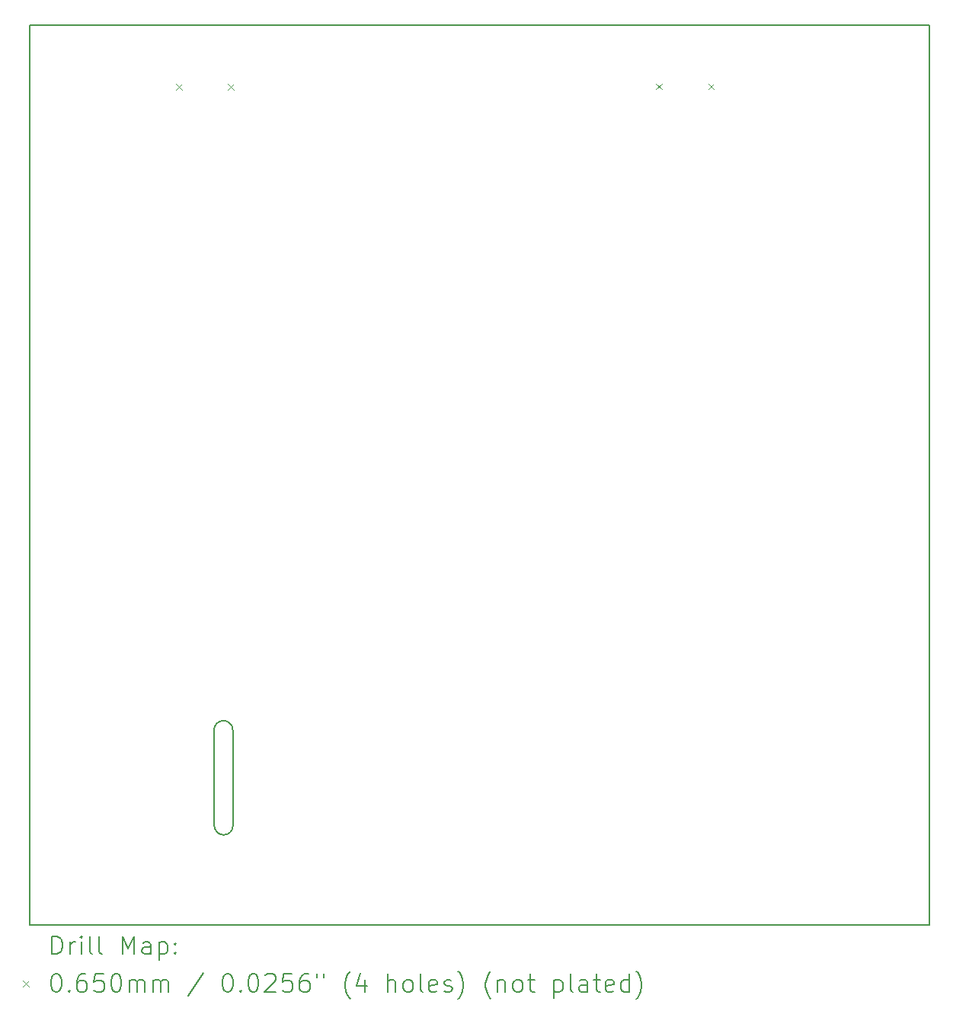
<source format=gbr>
%FSLAX45Y45*%
G04 Gerber Fmt 4.5, Leading zero omitted, Abs format (unit mm)*
G04 Created by KiCad (PCBNEW (6.0.0)) date 2022-08-31 12:15:53*
%MOMM*%
%LPD*%
G01*
G04 APERTURE LIST*
%TA.AperFunction,Profile*%
%ADD10C,0.200000*%
%TD*%
%ADD11C,0.200000*%
%ADD12C,0.065000*%
G04 APERTURE END LIST*
D10*
X12169264Y-12936220D02*
G75*
G03*
X11960860Y-12941300I-104264J7D01*
G01*
X11960860Y-12941300D02*
X11963275Y-13997847D01*
X9912340Y-5105400D02*
X19912340Y-5105400D01*
X19912340Y-5105400D02*
X19912340Y-15105400D01*
X19912340Y-15105400D02*
X9912340Y-15105400D01*
X9912340Y-15105400D02*
X9912340Y-5105400D01*
X11963275Y-13997847D02*
G75*
G03*
X12171679Y-13992767I104264J-7D01*
G01*
X12169264Y-12933680D02*
X12171679Y-13995400D01*
D11*
D12*
X11537760Y-5754420D02*
X11602760Y-5819420D01*
X11602760Y-5754420D02*
X11537760Y-5819420D01*
X12115760Y-5754420D02*
X12180760Y-5819420D01*
X12180760Y-5754420D02*
X12115760Y-5819420D01*
X16874300Y-5751880D02*
X16939300Y-5816880D01*
X16939300Y-5751880D02*
X16874300Y-5816880D01*
X17452300Y-5751880D02*
X17517300Y-5816880D01*
X17517300Y-5751880D02*
X17452300Y-5816880D01*
D11*
X10159959Y-15425876D02*
X10159959Y-15225876D01*
X10207578Y-15225876D01*
X10236150Y-15235400D01*
X10255197Y-15254448D01*
X10264721Y-15273495D01*
X10274245Y-15311590D01*
X10274245Y-15340162D01*
X10264721Y-15378257D01*
X10255197Y-15397305D01*
X10236150Y-15416352D01*
X10207578Y-15425876D01*
X10159959Y-15425876D01*
X10359959Y-15425876D02*
X10359959Y-15292543D01*
X10359959Y-15330638D02*
X10369483Y-15311590D01*
X10379007Y-15302067D01*
X10398054Y-15292543D01*
X10417102Y-15292543D01*
X10483769Y-15425876D02*
X10483769Y-15292543D01*
X10483769Y-15225876D02*
X10474245Y-15235400D01*
X10483769Y-15244924D01*
X10493292Y-15235400D01*
X10483769Y-15225876D01*
X10483769Y-15244924D01*
X10607578Y-15425876D02*
X10588530Y-15416352D01*
X10579007Y-15397305D01*
X10579007Y-15225876D01*
X10712340Y-15425876D02*
X10693292Y-15416352D01*
X10683769Y-15397305D01*
X10683769Y-15225876D01*
X10940911Y-15425876D02*
X10940911Y-15225876D01*
X11007578Y-15368733D01*
X11074245Y-15225876D01*
X11074245Y-15425876D01*
X11255197Y-15425876D02*
X11255197Y-15321114D01*
X11245673Y-15302067D01*
X11226626Y-15292543D01*
X11188530Y-15292543D01*
X11169483Y-15302067D01*
X11255197Y-15416352D02*
X11236149Y-15425876D01*
X11188530Y-15425876D01*
X11169483Y-15416352D01*
X11159959Y-15397305D01*
X11159959Y-15378257D01*
X11169483Y-15359209D01*
X11188530Y-15349686D01*
X11236149Y-15349686D01*
X11255197Y-15340162D01*
X11350435Y-15292543D02*
X11350435Y-15492543D01*
X11350435Y-15302067D02*
X11369483Y-15292543D01*
X11407578Y-15292543D01*
X11426626Y-15302067D01*
X11436149Y-15311590D01*
X11445673Y-15330638D01*
X11445673Y-15387781D01*
X11436149Y-15406828D01*
X11426626Y-15416352D01*
X11407578Y-15425876D01*
X11369483Y-15425876D01*
X11350435Y-15416352D01*
X11531388Y-15406828D02*
X11540911Y-15416352D01*
X11531388Y-15425876D01*
X11521864Y-15416352D01*
X11531388Y-15406828D01*
X11531388Y-15425876D01*
X11531388Y-15302067D02*
X11540911Y-15311590D01*
X11531388Y-15321114D01*
X11521864Y-15311590D01*
X11531388Y-15302067D01*
X11531388Y-15321114D01*
D12*
X9837340Y-15722900D02*
X9902340Y-15787900D01*
X9902340Y-15722900D02*
X9837340Y-15787900D01*
D11*
X10198054Y-15645876D02*
X10217102Y-15645876D01*
X10236150Y-15655400D01*
X10245673Y-15664924D01*
X10255197Y-15683971D01*
X10264721Y-15722067D01*
X10264721Y-15769686D01*
X10255197Y-15807781D01*
X10245673Y-15826828D01*
X10236150Y-15836352D01*
X10217102Y-15845876D01*
X10198054Y-15845876D01*
X10179007Y-15836352D01*
X10169483Y-15826828D01*
X10159959Y-15807781D01*
X10150435Y-15769686D01*
X10150435Y-15722067D01*
X10159959Y-15683971D01*
X10169483Y-15664924D01*
X10179007Y-15655400D01*
X10198054Y-15645876D01*
X10350435Y-15826828D02*
X10359959Y-15836352D01*
X10350435Y-15845876D01*
X10340911Y-15836352D01*
X10350435Y-15826828D01*
X10350435Y-15845876D01*
X10531388Y-15645876D02*
X10493292Y-15645876D01*
X10474245Y-15655400D01*
X10464721Y-15664924D01*
X10445673Y-15693495D01*
X10436150Y-15731590D01*
X10436150Y-15807781D01*
X10445673Y-15826828D01*
X10455197Y-15836352D01*
X10474245Y-15845876D01*
X10512340Y-15845876D01*
X10531388Y-15836352D01*
X10540911Y-15826828D01*
X10550435Y-15807781D01*
X10550435Y-15760162D01*
X10540911Y-15741114D01*
X10531388Y-15731590D01*
X10512340Y-15722067D01*
X10474245Y-15722067D01*
X10455197Y-15731590D01*
X10445673Y-15741114D01*
X10436150Y-15760162D01*
X10731388Y-15645876D02*
X10636150Y-15645876D01*
X10626626Y-15741114D01*
X10636150Y-15731590D01*
X10655197Y-15722067D01*
X10702816Y-15722067D01*
X10721864Y-15731590D01*
X10731388Y-15741114D01*
X10740911Y-15760162D01*
X10740911Y-15807781D01*
X10731388Y-15826828D01*
X10721864Y-15836352D01*
X10702816Y-15845876D01*
X10655197Y-15845876D01*
X10636150Y-15836352D01*
X10626626Y-15826828D01*
X10864721Y-15645876D02*
X10883769Y-15645876D01*
X10902816Y-15655400D01*
X10912340Y-15664924D01*
X10921864Y-15683971D01*
X10931388Y-15722067D01*
X10931388Y-15769686D01*
X10921864Y-15807781D01*
X10912340Y-15826828D01*
X10902816Y-15836352D01*
X10883769Y-15845876D01*
X10864721Y-15845876D01*
X10845673Y-15836352D01*
X10836150Y-15826828D01*
X10826626Y-15807781D01*
X10817102Y-15769686D01*
X10817102Y-15722067D01*
X10826626Y-15683971D01*
X10836150Y-15664924D01*
X10845673Y-15655400D01*
X10864721Y-15645876D01*
X11017102Y-15845876D02*
X11017102Y-15712543D01*
X11017102Y-15731590D02*
X11026626Y-15722067D01*
X11045673Y-15712543D01*
X11074245Y-15712543D01*
X11093292Y-15722067D01*
X11102816Y-15741114D01*
X11102816Y-15845876D01*
X11102816Y-15741114D02*
X11112340Y-15722067D01*
X11131388Y-15712543D01*
X11159959Y-15712543D01*
X11179007Y-15722067D01*
X11188530Y-15741114D01*
X11188530Y-15845876D01*
X11283768Y-15845876D02*
X11283768Y-15712543D01*
X11283768Y-15731590D02*
X11293292Y-15722067D01*
X11312340Y-15712543D01*
X11340911Y-15712543D01*
X11359959Y-15722067D01*
X11369483Y-15741114D01*
X11369483Y-15845876D01*
X11369483Y-15741114D02*
X11379007Y-15722067D01*
X11398054Y-15712543D01*
X11426626Y-15712543D01*
X11445673Y-15722067D01*
X11455197Y-15741114D01*
X11455197Y-15845876D01*
X11845673Y-15636352D02*
X11674245Y-15893495D01*
X12102816Y-15645876D02*
X12121864Y-15645876D01*
X12140911Y-15655400D01*
X12150435Y-15664924D01*
X12159959Y-15683971D01*
X12169483Y-15722067D01*
X12169483Y-15769686D01*
X12159959Y-15807781D01*
X12150435Y-15826828D01*
X12140911Y-15836352D01*
X12121864Y-15845876D01*
X12102816Y-15845876D01*
X12083768Y-15836352D01*
X12074245Y-15826828D01*
X12064721Y-15807781D01*
X12055197Y-15769686D01*
X12055197Y-15722067D01*
X12064721Y-15683971D01*
X12074245Y-15664924D01*
X12083768Y-15655400D01*
X12102816Y-15645876D01*
X12255197Y-15826828D02*
X12264721Y-15836352D01*
X12255197Y-15845876D01*
X12245673Y-15836352D01*
X12255197Y-15826828D01*
X12255197Y-15845876D01*
X12388530Y-15645876D02*
X12407578Y-15645876D01*
X12426626Y-15655400D01*
X12436149Y-15664924D01*
X12445673Y-15683971D01*
X12455197Y-15722067D01*
X12455197Y-15769686D01*
X12445673Y-15807781D01*
X12436149Y-15826828D01*
X12426626Y-15836352D01*
X12407578Y-15845876D01*
X12388530Y-15845876D01*
X12369483Y-15836352D01*
X12359959Y-15826828D01*
X12350435Y-15807781D01*
X12340911Y-15769686D01*
X12340911Y-15722067D01*
X12350435Y-15683971D01*
X12359959Y-15664924D01*
X12369483Y-15655400D01*
X12388530Y-15645876D01*
X12531388Y-15664924D02*
X12540911Y-15655400D01*
X12559959Y-15645876D01*
X12607578Y-15645876D01*
X12626626Y-15655400D01*
X12636149Y-15664924D01*
X12645673Y-15683971D01*
X12645673Y-15703019D01*
X12636149Y-15731590D01*
X12521864Y-15845876D01*
X12645673Y-15845876D01*
X12826626Y-15645876D02*
X12731388Y-15645876D01*
X12721864Y-15741114D01*
X12731388Y-15731590D01*
X12750435Y-15722067D01*
X12798054Y-15722067D01*
X12817102Y-15731590D01*
X12826626Y-15741114D01*
X12836149Y-15760162D01*
X12836149Y-15807781D01*
X12826626Y-15826828D01*
X12817102Y-15836352D01*
X12798054Y-15845876D01*
X12750435Y-15845876D01*
X12731388Y-15836352D01*
X12721864Y-15826828D01*
X13007578Y-15645876D02*
X12969483Y-15645876D01*
X12950435Y-15655400D01*
X12940911Y-15664924D01*
X12921864Y-15693495D01*
X12912340Y-15731590D01*
X12912340Y-15807781D01*
X12921864Y-15826828D01*
X12931388Y-15836352D01*
X12950435Y-15845876D01*
X12988530Y-15845876D01*
X13007578Y-15836352D01*
X13017102Y-15826828D01*
X13026626Y-15807781D01*
X13026626Y-15760162D01*
X13017102Y-15741114D01*
X13007578Y-15731590D01*
X12988530Y-15722067D01*
X12950435Y-15722067D01*
X12931388Y-15731590D01*
X12921864Y-15741114D01*
X12912340Y-15760162D01*
X13102816Y-15645876D02*
X13102816Y-15683971D01*
X13179007Y-15645876D02*
X13179007Y-15683971D01*
X13474245Y-15922067D02*
X13464721Y-15912543D01*
X13445673Y-15883971D01*
X13436149Y-15864924D01*
X13426626Y-15836352D01*
X13417102Y-15788733D01*
X13417102Y-15750638D01*
X13426626Y-15703019D01*
X13436149Y-15674448D01*
X13445673Y-15655400D01*
X13464721Y-15626828D01*
X13474245Y-15617305D01*
X13636149Y-15712543D02*
X13636149Y-15845876D01*
X13588530Y-15636352D02*
X13540911Y-15779209D01*
X13664721Y-15779209D01*
X13893292Y-15845876D02*
X13893292Y-15645876D01*
X13979007Y-15845876D02*
X13979007Y-15741114D01*
X13969483Y-15722067D01*
X13950435Y-15712543D01*
X13921864Y-15712543D01*
X13902816Y-15722067D01*
X13893292Y-15731590D01*
X14102816Y-15845876D02*
X14083768Y-15836352D01*
X14074245Y-15826828D01*
X14064721Y-15807781D01*
X14064721Y-15750638D01*
X14074245Y-15731590D01*
X14083768Y-15722067D01*
X14102816Y-15712543D01*
X14131388Y-15712543D01*
X14150435Y-15722067D01*
X14159959Y-15731590D01*
X14169483Y-15750638D01*
X14169483Y-15807781D01*
X14159959Y-15826828D01*
X14150435Y-15836352D01*
X14131388Y-15845876D01*
X14102816Y-15845876D01*
X14283768Y-15845876D02*
X14264721Y-15836352D01*
X14255197Y-15817305D01*
X14255197Y-15645876D01*
X14436149Y-15836352D02*
X14417102Y-15845876D01*
X14379007Y-15845876D01*
X14359959Y-15836352D01*
X14350435Y-15817305D01*
X14350435Y-15741114D01*
X14359959Y-15722067D01*
X14379007Y-15712543D01*
X14417102Y-15712543D01*
X14436149Y-15722067D01*
X14445673Y-15741114D01*
X14445673Y-15760162D01*
X14350435Y-15779209D01*
X14521864Y-15836352D02*
X14540911Y-15845876D01*
X14579007Y-15845876D01*
X14598054Y-15836352D01*
X14607578Y-15817305D01*
X14607578Y-15807781D01*
X14598054Y-15788733D01*
X14579007Y-15779209D01*
X14550435Y-15779209D01*
X14531388Y-15769686D01*
X14521864Y-15750638D01*
X14521864Y-15741114D01*
X14531388Y-15722067D01*
X14550435Y-15712543D01*
X14579007Y-15712543D01*
X14598054Y-15722067D01*
X14674245Y-15922067D02*
X14683768Y-15912543D01*
X14702816Y-15883971D01*
X14712340Y-15864924D01*
X14721864Y-15836352D01*
X14731388Y-15788733D01*
X14731388Y-15750638D01*
X14721864Y-15703019D01*
X14712340Y-15674448D01*
X14702816Y-15655400D01*
X14683768Y-15626828D01*
X14674245Y-15617305D01*
X15036149Y-15922067D02*
X15026626Y-15912543D01*
X15007578Y-15883971D01*
X14998054Y-15864924D01*
X14988530Y-15836352D01*
X14979007Y-15788733D01*
X14979007Y-15750638D01*
X14988530Y-15703019D01*
X14998054Y-15674448D01*
X15007578Y-15655400D01*
X15026626Y-15626828D01*
X15036149Y-15617305D01*
X15112340Y-15712543D02*
X15112340Y-15845876D01*
X15112340Y-15731590D02*
X15121864Y-15722067D01*
X15140911Y-15712543D01*
X15169483Y-15712543D01*
X15188530Y-15722067D01*
X15198054Y-15741114D01*
X15198054Y-15845876D01*
X15321864Y-15845876D02*
X15302816Y-15836352D01*
X15293292Y-15826828D01*
X15283768Y-15807781D01*
X15283768Y-15750638D01*
X15293292Y-15731590D01*
X15302816Y-15722067D01*
X15321864Y-15712543D01*
X15350435Y-15712543D01*
X15369483Y-15722067D01*
X15379007Y-15731590D01*
X15388530Y-15750638D01*
X15388530Y-15807781D01*
X15379007Y-15826828D01*
X15369483Y-15836352D01*
X15350435Y-15845876D01*
X15321864Y-15845876D01*
X15445673Y-15712543D02*
X15521864Y-15712543D01*
X15474245Y-15645876D02*
X15474245Y-15817305D01*
X15483768Y-15836352D01*
X15502816Y-15845876D01*
X15521864Y-15845876D01*
X15740911Y-15712543D02*
X15740911Y-15912543D01*
X15740911Y-15722067D02*
X15759959Y-15712543D01*
X15798054Y-15712543D01*
X15817102Y-15722067D01*
X15826626Y-15731590D01*
X15836149Y-15750638D01*
X15836149Y-15807781D01*
X15826626Y-15826828D01*
X15817102Y-15836352D01*
X15798054Y-15845876D01*
X15759959Y-15845876D01*
X15740911Y-15836352D01*
X15950435Y-15845876D02*
X15931388Y-15836352D01*
X15921864Y-15817305D01*
X15921864Y-15645876D01*
X16112340Y-15845876D02*
X16112340Y-15741114D01*
X16102816Y-15722067D01*
X16083768Y-15712543D01*
X16045673Y-15712543D01*
X16026626Y-15722067D01*
X16112340Y-15836352D02*
X16093292Y-15845876D01*
X16045673Y-15845876D01*
X16026626Y-15836352D01*
X16017102Y-15817305D01*
X16017102Y-15798257D01*
X16026626Y-15779209D01*
X16045673Y-15769686D01*
X16093292Y-15769686D01*
X16112340Y-15760162D01*
X16179007Y-15712543D02*
X16255197Y-15712543D01*
X16207578Y-15645876D02*
X16207578Y-15817305D01*
X16217102Y-15836352D01*
X16236149Y-15845876D01*
X16255197Y-15845876D01*
X16398054Y-15836352D02*
X16379007Y-15845876D01*
X16340911Y-15845876D01*
X16321864Y-15836352D01*
X16312340Y-15817305D01*
X16312340Y-15741114D01*
X16321864Y-15722067D01*
X16340911Y-15712543D01*
X16379007Y-15712543D01*
X16398054Y-15722067D01*
X16407578Y-15741114D01*
X16407578Y-15760162D01*
X16312340Y-15779209D01*
X16579007Y-15845876D02*
X16579007Y-15645876D01*
X16579007Y-15836352D02*
X16559959Y-15845876D01*
X16521864Y-15845876D01*
X16502816Y-15836352D01*
X16493292Y-15826828D01*
X16483768Y-15807781D01*
X16483768Y-15750638D01*
X16493292Y-15731590D01*
X16502816Y-15722067D01*
X16521864Y-15712543D01*
X16559959Y-15712543D01*
X16579007Y-15722067D01*
X16655197Y-15922067D02*
X16664721Y-15912543D01*
X16683768Y-15883971D01*
X16693292Y-15864924D01*
X16702816Y-15836352D01*
X16712340Y-15788733D01*
X16712340Y-15750638D01*
X16702816Y-15703019D01*
X16693292Y-15674448D01*
X16683768Y-15655400D01*
X16664721Y-15626828D01*
X16655197Y-15617305D01*
M02*

</source>
